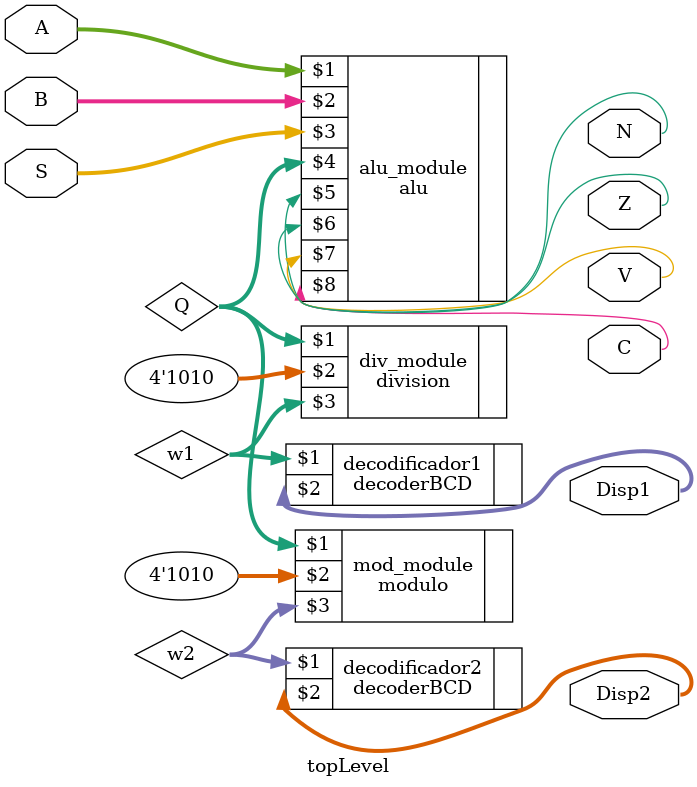
<source format=sv>
module topLevel (input logic[3:0] A, B, input logic[3:0] S, output logic[6:0] Disp1, Disp2, output logic N, Z, V, C);
	
    logic [3:0] Q;// Resultado Binario
	wire [3:0] w1,w2; //Decenas y Unidades del resultado
	logic Co;

	alu #(4) alu_module(A, B, S, Q, N, Z, V, C);
	division #(4) div_module(Q, 4'b1010, w1);//Calcular Decenas
	modulo #(4) mod_module(Q, 4'b1010, w2);//Calcular unidades
	decoderBCD decodificador1(w1, Disp1);// Decodificador para Decenas
	decoderBCD decodificador2(w2, Disp2);// Decodificador para Unidades
    
endmodule 
</source>
